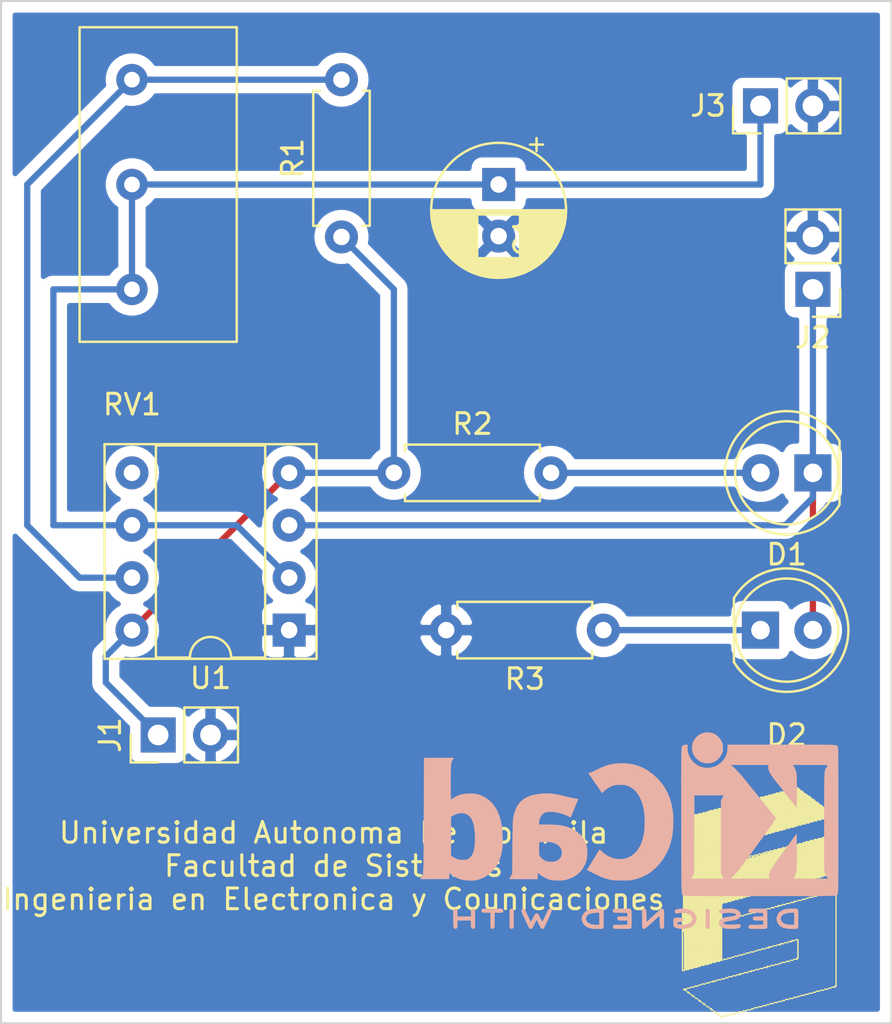
<source format=kicad_pcb>
(kicad_pcb (version 20171130) (host pcbnew "(5.1.4)-1")
  (layers (0 F.Cu signal) (31 B.Cu signal) (34 B.Paste user) (35 F.Paste user) (36 B.SilkS user) (37 F.SilkS user) (38 B.Mask user) (39 F.Mask user) (44 Edge.Cuts user))
  (net 0 "")
  (net 1 GND)
  (net 2 Carga)
  (net 3 "Net-(D1-Pad2)")
  (net 4 Salida)
  (net 5 "Net-(D2-Pad1)")
  (net 6 +5V)
  (net 7 "Net-(R1-Pad2)")
  (net 8 "Net-(U1-Pad5)")
  (module Symbol:KiCad-Logo2_8mm_SilkScreen (layer B.Cu) (at 149.86 109.22 180)
    (fp_text reference REF** hide)
    (fp_text value KiCad-Logo2_8mm_SilkScreen hide)
  )
  (module Desktop:LOGO (layer F.Cu) (at 152.4 107.95)
    (fp_text reference LOGO hide)
    (fp_text value "" (at 0 0) (layer F.SilkS) (effects (font (size 1.27 1.27))))
  )
  (module Capacitor_THT:CP_Radial_D6.3mm_P2.50mm (layer F.Cu) (at 143.51 78.74 270)
    (fp_text reference C1 (at 2.54 -1.27 90) (layer F.SilkS))
    (fp_text value 100uF)
    (pad 2 thru_hole circle (at 2.5 0 270) (size 1.6 1.6) (drill 0.8) (layers *.Cu *.Mask) (net 1 GND))
    (pad 1 thru_hole rect (at 0 0 270) (size 1.6 1.6) (drill 0.8) (layers *.Cu *.Mask) (net 2 Carga))
  )
  (module Package_DIP:DIP-8_W7.62mm_Socket (layer F.Cu) (at 133.35 100.33 180)
    (fp_text reference U1 (at 3.81 -2.33) (layer F.SilkS))
    (fp_text value NE555)
    (pad 8 thru_hole oval (at 7.62 0 180) (size 1.6 1.6) (drill 0.8) (layers *.Cu *.Mask) (net 6 +5V))
    (pad 4 thru_hole oval (at 0 7.62 180) (size 1.6 1.6) (drill 0.8) (layers *.Cu *.Mask) (net 6 +5V))
    (pad 7 thru_hole oval (at 7.62 2.54 180) (size 1.6 1.6) (drill 0.8) (layers *.Cu *.Mask) (net 7 "Net-(R1-Pad2)"))
    (pad 3 thru_hole oval (at 0 5.08 180) (size 1.6 1.6) (drill 0.8) (layers *.Cu *.Mask) (net 4 Salida))
    (pad 6 thru_hole oval (at 7.62 5.08 180) (size 1.6 1.6) (drill 0.8) (layers *.Cu *.Mask) (net 2 Carga))
    (pad 2 thru_hole oval (at 0 2.54 180) (size 1.6 1.6) (drill 0.8) (layers *.Cu *.Mask) (net 2 Carga))
    (pad 5 thru_hole oval (at 7.62 7.62 180) (size 1.6 1.6) (drill 0.8) (layers *.Cu *.Mask) (net 8 "Net-(U1-Pad5)"))
    (pad 1 thru_hole rect (at 0 0 180) (size 1.6 1.6) (drill 0.8) (layers *.Cu *.Mask) (net 1 GND))
  )
  (module Potenciometro:Potenciometro_5.08mm (layer F.Cu) (at 125.73 88.9)
    (fp_text reference RV1 (at 0 0.5) (layer F.SilkS))
    (fp_text value 100k)
    (pad 3 thru_hole circle (at 0 -5.08) (size 1.524 1.524) (drill 0.762) (layers *.Cu *.Mask) (net 2 Carga))
    (pad 2 thru_hole circle (at 0 -10.16) (size 1.524 1.524) (drill 0.762) (layers *.Cu *.Mask) (net 2 Carga))
    (pad 1 thru_hole circle (at 0 -15.24) (size 1.524 1.524) (drill 0.762) (layers *.Cu *.Mask) (net 7 "Net-(R1-Pad2)"))
  )
  (module Resistor_THT:R_Axial_DIN0207_L6.3mm_D2.5mm_P7.62mm_Horizontal (layer F.Cu) (at 148.59 100.33 180)
    (fp_text reference R3 (at 3.81 -2.37) (layer F.SilkS))
    (fp_text value 680)
    (pad 2 thru_hole oval (at 7.62 0 180) (size 1.6 1.6) (drill 0.8) (layers *.Cu *.Mask) (net 1 GND))
    (pad 1 thru_hole circle (at 0 0 180) (size 1.6 1.6) (drill 0.8) (layers *.Cu *.Mask) (net 5 "Net-(D2-Pad1)"))
  )
  (module Resistor_THT:R_Axial_DIN0207_L6.3mm_D2.5mm_P7.62mm_Horizontal (layer F.Cu) (at 138.43 92.71)
    (fp_text reference R2 (at 3.81 -2.37) (layer F.SilkS))
    (fp_text value 680)
    (pad 2 thru_hole oval (at 7.62 0) (size 1.6 1.6) (drill 0.8) (layers *.Cu *.Mask) (net 3 "Net-(D1-Pad2)"))
    (pad 1 thru_hole circle (at 0 0) (size 1.6 1.6) (drill 0.8) (layers *.Cu *.Mask) (net 6 +5V))
  )
  (module Resistor_THT:R_Axial_DIN0207_L6.3mm_D2.5mm_P7.62mm_Horizontal (layer F.Cu) (at 135.89 81.28 90)
    (fp_text reference R1 (at 3.81 -2.37 90) (layer F.SilkS))
    (fp_text value 1k)
    (pad 2 thru_hole oval (at 7.62 0 90) (size 1.6 1.6) (drill 0.8) (layers *.Cu *.Mask) (net 7 "Net-(R1-Pad2)"))
    (pad 1 thru_hole circle (at 0 0 90) (size 1.6 1.6) (drill 0.8) (layers *.Cu *.Mask) (net 6 +5V))
  )
  (module Connector_PinHeader_2.54mm:PinHeader_1x02_P2.54mm_Vertical (layer F.Cu) (at 156.21 74.93 90)
    (fp_text reference J3 (at 0 -2.54 180) (layer F.SilkS))
    (fp_text value carga)
    (pad 2 thru_hole oval (at 0 2.54 90) (size 1.7 1.7) (drill 1) (layers *.Cu *.Mask) (net 1 GND))
    (pad 1 thru_hole rect (at 0 0 90) (size 1.7 1.7) (drill 1) (layers *.Cu *.Mask) (net 2 Carga))
  )
  (module Connector_PinHeader_2.54mm:PinHeader_1x02_P2.54mm_Vertical (layer F.Cu) (at 158.75 83.82 180)
    (fp_text reference J2 (at 0 -2.33) (layer F.SilkS))
    (fp_text value salida)
    (pad 2 thru_hole oval (at 0 2.54 180) (size 1.7 1.7) (drill 1) (layers *.Cu *.Mask) (net 1 GND))
    (pad 1 thru_hole rect (at 0 0 180) (size 1.7 1.7) (drill 1) (layers *.Cu *.Mask) (net 4 Salida))
  )
  (module Connector_PinHeader_2.54mm:PinHeader_1x02_P2.54mm_Vertical (layer F.Cu) (at 127 105.41 90)
    (fp_text reference J1 (at 0 -2.33 90) (layer F.SilkS))
    (fp_text value alimentacion)
    (pad 2 thru_hole oval (at 0 2.54 90) (size 1.7 1.7) (drill 1) (layers *.Cu *.Mask) (net 1 GND))
    (pad 1 thru_hole rect (at 0 0 90) (size 1.7 1.7) (drill 1) (layers *.Cu *.Mask) (net 6 +5V))
  )
  (module LED_THT:LED_D5.0mm (layer F.Cu) (at 156.21 100.33)
    (fp_text reference D2 (at 1.27 5.08 180) (layer F.SilkS))
    (fp_text value LED_verde)
    (pad 2 thru_hole circle (at 2.54 0) (size 1.8 1.8) (drill 0.9) (layers *.Cu *.Mask) (net 4 Salida))
    (pad 1 thru_hole rect (at 0 0) (size 1.8 1.8) (drill 0.9) (layers *.Cu *.Mask) (net 5 "Net-(D2-Pad1)"))
  )
  (module LED_THT:LED_D5.0mm (layer F.Cu) (at 158.75 92.71 180)
    (fp_text reference D1 (at 1.27 -3.96) (layer F.SilkS))
    (fp_text value LED_rojo)
    (pad 2 thru_hole circle (at 2.54 0 180) (size 1.8 1.8) (drill 0.9) (layers *.Cu *.Mask) (net 3 "Net-(D1-Pad2)"))
    (pad 1 thru_hole rect (at 0 0 180) (size 1.8 1.8) (drill 0.9) (layers *.Cu *.Mask) (net 4 Salida))
  )
  (gr_line (start 161.29 119.38) (end 162.56 119.38) (layer Edge.Cuts) (width 0.1))
  (gr_line (start 162.56 69.85) (end 119.38 69.85) (layer Edge.Cuts) (width 0.1))
  (gr_line (start 162.56 119.38) (end 162.56 69.85) (layer Edge.Cuts) (width 0.1))
  (gr_line (start 119.38 119.38) (end 161.29 119.38) (layer Edge.Cuts) (width 0.1))
  (gr_line (start 119.38 69.85) (end 119.38 119.38) (layer Edge.Cuts) (width 0.1))
  (gr_text "Universidad Autonoma De Coahuila \nFacultad de Sistemas \nIngenieria en Electronica y Counicaciones " (at 135.89 111.76) (layer F.SilkS) (effects (font (size 1 1))))
  (segment (start 125.73 83.82) (end 125.73 78.74) (width 0.3048) (layer B.Cu) (net 2))
  (segment (start 125.73 78.74) (end 143.51 78.74) (width 0.3048) (layer B.Cu) (net 2))
  (segment (start 143.51 78.74) (end 156.21 78.74) (width 0.3048) (layer B.Cu) (net 2))
  (segment (start 156.21 78.74) (end 156.21 74.93) (width 0.3048) (layer B.Cu) (net 2))
  (segment (start 130.81 95.25) (end 133.35 97.79) (width 0.3048) (layer B.Cu) (net 2))
  (segment (start 125.73 95.25) (end 130.81 95.25) (width 0.3048) (layer B.Cu) (net 2))
  (segment (start 121.92 83.82) (end 125.73 83.82) (width 0.3048) (layer B.Cu) (net 2))
  (segment (start 125.73 95.25) (end 121.92 95.25) (width 0.3048) (layer B.Cu) (net 2))
  (segment (start 121.92 95.25) (end 121.92 83.82) (width 0.3048) (layer B.Cu) (net 2))
  (segment (start 156.21 92.71) (end 146.05 92.71) (width 0.3048) (layer B.Cu) (net 3))
  (segment (start 158.75 83.82) (end 158.75 92.71) (width 0.3048) (layer B.Cu) (net 4))
  (segment (start 134.48137 95.25) (end 133.35 95.25) (width 0.3048) (layer B.Cu) (net 4))
  (segment (start 157.4148 95.25) (end 134.48137 95.25) (width 0.3048) (layer B.Cu) (net 4))
  (segment (start 158.75 93.9148) (end 157.4148 95.25) (width 0.3048) (layer B.Cu) (net 4))
  (segment (start 158.75 92.71) (end 158.75 93.9148) (width 0.3048) (layer B.Cu) (net 4))
  (segment (start 158.75 92.71) (end 158.75 100.33) (width 0.3048) (layer F.Cu) (net 4))
  (segment (start 156.21 100.33) (end 148.59 100.33) (width 0.3048) (layer B.Cu) (net 5))
  (segment (start 138.43 83.82) (end 135.89 81.28) (width 0.3048) (layer B.Cu) (net 6))
  (segment (start 138.43 92.71) (end 138.43 83.82) (width 0.3048) (layer B.Cu) (net 6))
  (segment (start 138.43 92.71) (end 133.35 92.71) (width 0.3048) (layer B.Cu) (net 6))
  (segment (start 133.35 92.71) (end 125.73 100.33) (width 0.3048) (layer F.Cu) (net 6))
  (segment (start 127 105.41) (end 124.46 102.87) (width 0.3048) (layer B.Cu) (net 6))
  (segment (start 124.46 101.6) (end 125.73 100.33) (width 0.3048) (layer B.Cu) (net 6))
  (segment (start 124.46 102.87) (end 124.46 101.6) (width 0.3048) (layer B.Cu) (net 6))
  (segment (start 125.73 73.66) (end 135.89 73.66) (width 0.3048) (layer B.Cu) (net 7))
  (segment (start 125.73 97.79) (end 123.19 97.79) (width 0.3048) (layer B.Cu) (net 7))
  (segment (start 123.19 97.79) (end 120.65 95.25) (width 0.3048) (layer B.Cu) (net 7))
  (segment (start 120.65 95.25) (end 120.65 78.74) (width 0.3048) (layer B.Cu) (net 7))
  (segment (start 120.65 78.74) (end 125.73 73.66) (width 0.3048) (layer B.Cu) (net 7))
  (zone (net 1) (net_name GND) (layer B.Cu) (connect_pads (clearance 0.508)) (min_thickness 0.254) (fill yes (arc_segments 32) (thermal_gap 0.508) (thermal_bridge_width 0.508))
    (polygon (pts (xy 119.38 69.85) (xy 162.56 69.85) (xy 162.56 119.38) (xy 119.38 119.38)))
  )
)
</source>
